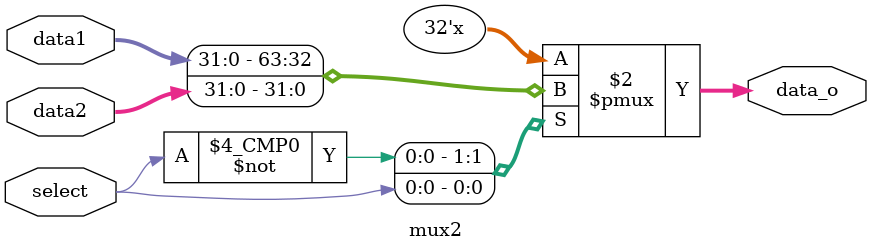
<source format=v>
`timescale 1ns / 1ps


module mux2 #(parameter N = 32)(data1,data2,select,data_o);
	input wire [N-1:0] data1;
	input wire [N-1:0] data2;
	input wire         select;
	output reg [N-1:0] data_o;

	always @(*)
	begin
		// if(select == 0)
		// begin
		// 	data_o = data2;
		// end
		// else
		// begin
		// 	data_o = data1;
		// end
		case (select)
			0 : data_o = data1;
			1 : data_o = data2;
		endcase // select
	end

endmodule

</source>
